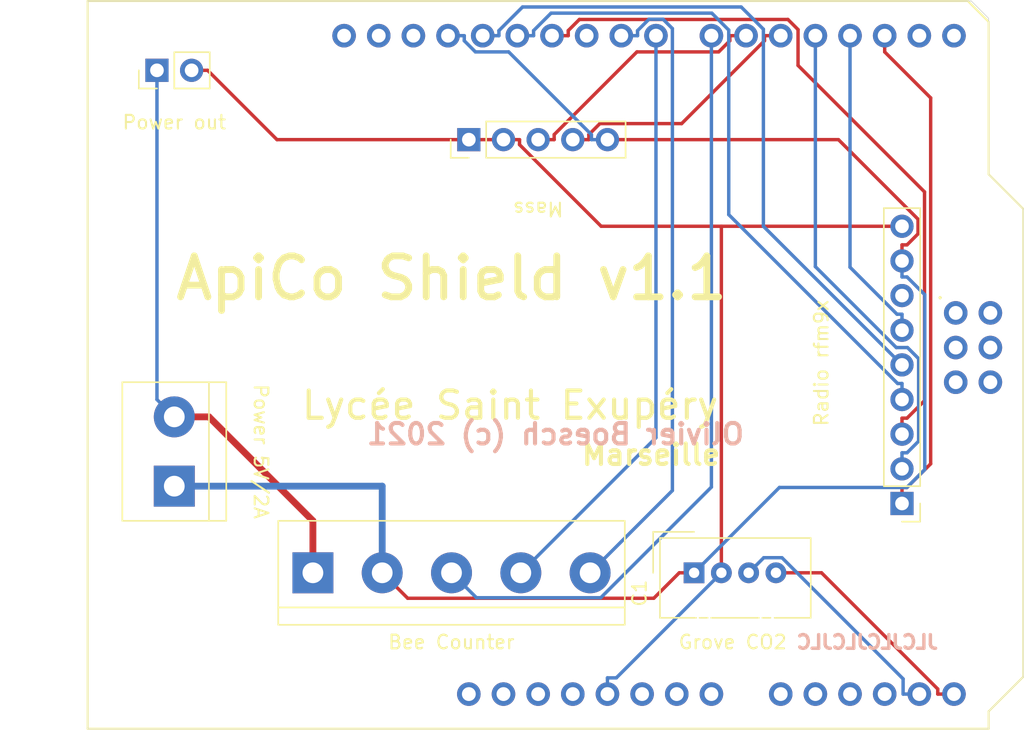
<source format=kicad_pcb>
(kicad_pcb (version 20171130) (host pcbnew 5.99.0+really5.1.10+dfsg1-1)

  (general
    (thickness 1.6)
    (drawings 14)
    (tracks 125)
    (zones 0)
    (modules 7)
    (nets 17)
  )

  (page A4)
  (layers
    (0 F.Cu signal)
    (31 B.Cu signal)
    (32 B.Adhes user)
    (33 F.Adhes user)
    (34 B.Paste user)
    (35 F.Paste user)
    (36 B.SilkS user)
    (37 F.SilkS user)
    (38 B.Mask user)
    (39 F.Mask user)
    (40 Dwgs.User user)
    (41 Cmts.User user)
    (42 Eco1.User user)
    (43 Eco2.User user)
    (44 Edge.Cuts user)
    (45 Margin user)
    (46 B.CrtYd user)
    (47 F.CrtYd user)
    (48 B.Fab user)
    (49 F.Fab user)
  )

  (setup
    (last_trace_width 0.5)
    (user_trace_width 0.5)
    (trace_clearance 0.2)
    (zone_clearance 0.508)
    (zone_45_only no)
    (trace_min 0.2)
    (via_size 0.8)
    (via_drill 0.4)
    (via_min_size 0.4)
    (via_min_drill 0.3)
    (uvia_size 0.3)
    (uvia_drill 0.1)
    (uvias_allowed no)
    (uvia_min_size 0.2)
    (uvia_min_drill 0.1)
    (edge_width 0.05)
    (segment_width 0.2)
    (pcb_text_width 0.3)
    (pcb_text_size 1.5 1.5)
    (mod_edge_width 0.12)
    (mod_text_size 1 1)
    (mod_text_width 0.15)
    (pad_size 1.524 1.524)
    (pad_drill 0.762)
    (pad_to_mask_clearance 0)
    (aux_axis_origin 0 0)
    (visible_elements FFFFFF7F)
    (pcbplotparams
      (layerselection 0x010fc_ffffffff)
      (usegerberextensions false)
      (usegerberattributes true)
      (usegerberadvancedattributes true)
      (creategerberjobfile true)
      (excludeedgelayer true)
      (linewidth 0.100000)
      (plotframeref false)
      (viasonmask false)
      (mode 1)
      (useauxorigin false)
      (hpglpennumber 1)
      (hpglpenspeed 20)
      (hpglpendiameter 15.000000)
      (psnegative false)
      (psa4output false)
      (plotreference true)
      (plotvalue true)
      (plotinvisibletext false)
      (padsonsilk false)
      (subtractmaskfromsilk false)
      (outputformat 1)
      (mirror false)
      (drillshape 0)
      (scaleselection 1)
      (outputdirectory "out/"))
  )

  (net 0 "")
  (net 1 "Net-(APICO_UNO1-PadGND1)")
  (net 2 "Net-(APICO_UNO1-PadD6)")
  (net 3 "Net-(APICO_UNO1-PadD5)")
  (net 4 "Net-(APICO_UNO1-Pad5V1)")
  (net 5 "Net-(APICO_UNO1-PadD11)")
  (net 6 "Net-(APICO_UNO1-PadD12)")
  (net 7 "Net-(APICO_UNO1-PadD13)")
  (net 8 "Net-(APICO_UNO1-PadD4)")
  (net 9 "Net-(APICO_UNO1-PadD3)")
  (net 10 "Net-(APICO_UNO1-PadD2)")
  (net 11 "Net-(APICO_UNO1-PadA5)")
  (net 12 "Net-(APICO_UNO1-PadA4)")
  (net 13 "Net-(APICO_UNO1-PadD9)")
  (net 14 "Net-(APICO_UNO1-PadD8)")
  (net 15 "Net-(APICO_UNO1-PadD7)")
  (net 16 "Net-(C2-Pad1)")

  (net_class Default "This is the default net class."
    (clearance 0.2)
    (trace_width 0.25)
    (via_dia 0.8)
    (via_drill 0.4)
    (uvia_dia 0.3)
    (uvia_drill 0.1)
    (add_net "Net-(APICO_UNO1-Pad5V1)")
    (add_net "Net-(APICO_UNO1-PadA4)")
    (add_net "Net-(APICO_UNO1-PadA5)")
    (add_net "Net-(APICO_UNO1-PadD11)")
    (add_net "Net-(APICO_UNO1-PadD12)")
    (add_net "Net-(APICO_UNO1-PadD13)")
    (add_net "Net-(APICO_UNO1-PadD2)")
    (add_net "Net-(APICO_UNO1-PadD3)")
    (add_net "Net-(APICO_UNO1-PadD4)")
    (add_net "Net-(APICO_UNO1-PadD5)")
    (add_net "Net-(APICO_UNO1-PadD6)")
    (add_net "Net-(APICO_UNO1-PadD7)")
    (add_net "Net-(APICO_UNO1-PadD8)")
    (add_net "Net-(APICO_UNO1-PadD9)")
    (add_net "Net-(APICO_UNO1-PadGND1)")
    (add_net "Net-(C2-Pad1)")
  )

  (module Connector_PinHeader_2.54mm:PinHeader_1x02_P2.54mm_Vertical (layer F.Cu) (tedit 59FED5CC) (tstamp 618660A8)
    (at 119.38 78.74 90)
    (descr "Through hole straight pin header, 1x02, 2.54mm pitch, single row")
    (tags "Through hole pin header THT 1x02 2.54mm single row")
    (path /6187056D)
    (fp_text reference J1 (at 0 -2.33 90) (layer F.SilkS) hide
      (effects (font (size 1 1) (thickness 0.15)))
    )
    (fp_text value "Power out" (at -3.81 1.27 180) (layer F.SilkS)
      (effects (font (size 1 1) (thickness 0.15)))
    )
    (fp_text user %R (at 0 1.27) (layer F.Fab)
      (effects (font (size 1 1) (thickness 0.15)))
    )
    (fp_line (start -0.635 -1.27) (end 1.27 -1.27) (layer F.Fab) (width 0.1))
    (fp_line (start 1.27 -1.27) (end 1.27 3.81) (layer F.Fab) (width 0.1))
    (fp_line (start 1.27 3.81) (end -1.27 3.81) (layer F.Fab) (width 0.1))
    (fp_line (start -1.27 3.81) (end -1.27 -0.635) (layer F.Fab) (width 0.1))
    (fp_line (start -1.27 -0.635) (end -0.635 -1.27) (layer F.Fab) (width 0.1))
    (fp_line (start -1.33 3.87) (end 1.33 3.87) (layer F.SilkS) (width 0.12))
    (fp_line (start -1.33 1.27) (end -1.33 3.87) (layer F.SilkS) (width 0.12))
    (fp_line (start 1.33 1.27) (end 1.33 3.87) (layer F.SilkS) (width 0.12))
    (fp_line (start -1.33 1.27) (end 1.33 1.27) (layer F.SilkS) (width 0.12))
    (fp_line (start -1.33 0) (end -1.33 -1.33) (layer F.SilkS) (width 0.12))
    (fp_line (start -1.33 -1.33) (end 0 -1.33) (layer F.SilkS) (width 0.12))
    (fp_line (start -1.8 -1.8) (end -1.8 4.35) (layer F.CrtYd) (width 0.05))
    (fp_line (start -1.8 4.35) (end 1.8 4.35) (layer F.CrtYd) (width 0.05))
    (fp_line (start 1.8 4.35) (end 1.8 -1.8) (layer F.CrtYd) (width 0.05))
    (fp_line (start 1.8 -1.8) (end -1.8 -1.8) (layer F.CrtYd) (width 0.05))
    (pad 2 thru_hole oval (at 0 2.54 90) (size 1.7 1.7) (drill 1) (layers *.Cu *.Mask)
      (net 4 "Net-(APICO_UNO1-Pad5V1)"))
    (pad 1 thru_hole rect (at 0 0 90) (size 1.7 1.7) (drill 1) (layers *.Cu *.Mask)
      (net 16 "Net-(C2-Pad1)"))
    (model ${KISYS3DMOD}/Connector_PinHeader_2.54mm.3dshapes/PinHeader_1x02_P2.54mm_Vertical.wrl
      (at (xyz 0 0 0))
      (scale (xyz 1 1 1))
      (rotate (xyz 0 0 0))
    )
  )

  (module arduino_lib:Arduino_Uno_Shield (layer F.Cu) (tedit 5A8605EC) (tstamp 61762CD9)
    (at 114.3 127)
    (descr https://store.arduino.cc/arduino-uno-rev3)
    (path /6175C785)
    (fp_text reference APICO_UNO1 (at 2.54 -54.356) (layer F.SilkS) hide
      (effects (font (size 1 1) (thickness 0.15)))
    )
    (fp_text value Arduino_Uno_Shield (at 15.494 -54.356) (layer F.Fab) hide
      (effects (font (size 1 1) (thickness 0.15)))
    )
    (fp_line (start 9.525 -32.385) (end -6.35 -32.385) (layer B.CrtYd) (width 0.15))
    (fp_line (start 9.525 -43.815) (end -6.35 -43.815) (layer B.CrtYd) (width 0.15))
    (fp_line (start 9.525 -43.815) (end 9.525 -32.385) (layer B.CrtYd) (width 0.15))
    (fp_line (start -6.35 -43.815) (end -6.35 -32.385) (layer B.CrtYd) (width 0.15))
    (fp_line (start 11.43 -12.065) (end 11.43 -3.175) (layer B.CrtYd) (width 0.15))
    (fp_line (start -1.905 -3.175) (end 11.43 -3.175) (layer B.CrtYd) (width 0.15))
    (fp_line (start -1.905 -12.065) (end -1.905 -3.175) (layer B.CrtYd) (width 0.15))
    (fp_line (start -1.905 -12.065) (end 11.43 -12.065) (layer B.CrtYd) (width 0.15))
    (fp_line (start 0 -53.34) (end 0 0) (layer F.SilkS) (width 0.15))
    (fp_line (start 66.04 -40.64) (end 66.04 -51.816) (layer F.SilkS) (width 0.15))
    (fp_line (start 68.58 -38.1) (end 66.04 -40.64) (layer F.SilkS) (width 0.15))
    (fp_line (start 68.58 -3.81) (end 68.58 -38.1) (layer F.SilkS) (width 0.15))
    (fp_line (start 66.04 -1.27) (end 68.58 -3.81) (layer F.SilkS) (width 0.15))
    (fp_line (start 66.04 0) (end 66.04 -1.27) (layer F.SilkS) (width 0.15))
    (fp_line (start 64.516 -53.34) (end 66.04 -51.816) (layer F.SilkS) (width 0.15))
    (fp_line (start 0 0) (end 66.04 0) (layer F.SilkS) (width 0.15))
    (fp_line (start 0 -53.34) (end 64.516 -53.34) (layer F.SilkS) (width 0.15))
    (fp_text user . (at 62.484 -32.004) (layer F.SilkS)
      (effects (font (size 1 1) (thickness 0.15)))
    )
    (pad MISO thru_hole oval (at 63.627 -30.48) (size 1.7272 1.7272) (drill 1.016) (layers *.Cu *.Mask))
    (pad A5 thru_hole oval (at 63.5 -2.54) (size 1.7272 1.7272) (drill 1.016) (layers *.Cu *.Mask)
      (net 11 "Net-(APICO_UNO1-PadA5)"))
    (pad A4 thru_hole oval (at 60.96 -2.54) (size 1.7272 1.7272) (drill 1.016) (layers *.Cu *.Mask)
      (net 12 "Net-(APICO_UNO1-PadA4)"))
    (pad A3 thru_hole oval (at 58.42 -2.54) (size 1.7272 1.7272) (drill 1.016) (layers *.Cu *.Mask))
    (pad A2 thru_hole oval (at 55.88 -2.54) (size 1.7272 1.7272) (drill 1.016) (layers *.Cu *.Mask))
    (pad A1 thru_hole oval (at 53.34 -2.54) (size 1.7272 1.7272) (drill 1.016) (layers *.Cu *.Mask))
    (pad "" thru_hole oval (at 27.94 -2.54) (size 1.7272 1.7272) (drill 1.016) (layers *.Cu *.Mask))
    (pad D11 thru_hole oval (at 34.036 -50.8) (size 1.7272 1.7272) (drill 1.016) (layers *.Cu *.Mask)
      (net 5 "Net-(APICO_UNO1-PadD11)"))
    (pad D12 thru_hole oval (at 31.496 -50.8) (size 1.7272 1.7272) (drill 1.016) (layers *.Cu *.Mask)
      (net 6 "Net-(APICO_UNO1-PadD12)"))
    (pad D13 thru_hole oval (at 28.956 -50.8) (size 1.7272 1.7272) (drill 1.016) (layers *.Cu *.Mask)
      (net 7 "Net-(APICO_UNO1-PadD13)"))
    (pad AREF thru_hole oval (at 23.876 -50.8) (size 1.7272 1.7272) (drill 1.016) (layers *.Cu *.Mask))
    (pad SDA thru_hole oval (at 21.336 -50.8) (size 1.7272 1.7272) (drill 1.016) (layers *.Cu *.Mask))
    (pad SCL thru_hole oval (at 18.796 -50.8) (size 1.7272 1.7272) (drill 1.016) (layers *.Cu *.Mask))
    (pad "" np_thru_hole circle (at 13.97 -2.54) (size 3.2 3.2) (drill 3.2) (layers *.Cu *.Mask))
    (pad "" np_thru_hole circle (at 15.24 -50.8) (size 3.2 3.2) (drill 3.2) (layers *.Cu *.Mask))
    (pad "" np_thru_hole circle (at 66.04 -35.56) (size 3.2 3.2) (drill 3.2) (layers *.Cu *.Mask))
    (pad "" np_thru_hole circle (at 66.04 -7.62) (size 3.2 3.2) (drill 3.2) (layers *.Cu *.Mask))
    (pad D10 thru_hole oval (at 36.576 -50.8) (size 1.7272 1.7272) (drill 1.016) (layers *.Cu *.Mask))
    (pad D9 thru_hole oval (at 39.116 -50.8) (size 1.7272 1.7272) (drill 1.016) (layers *.Cu *.Mask)
      (net 13 "Net-(APICO_UNO1-PadD9)"))
    (pad D8 thru_hole oval (at 41.656 -50.8) (size 1.7272 1.7272) (drill 1.016) (layers *.Cu *.Mask)
      (net 14 "Net-(APICO_UNO1-PadD8)"))
    (pad GND1 thru_hole oval (at 26.416 -50.8) (size 1.7272 1.7272) (drill 1.016) (layers *.Cu *.Mask)
      (net 1 "Net-(APICO_UNO1-PadGND1)"))
    (pad D7 thru_hole oval (at 45.72 -50.8) (size 1.7272 1.7272) (drill 1.016) (layers *.Cu *.Mask)
      (net 15 "Net-(APICO_UNO1-PadD7)"))
    (pad D6 thru_hole oval (at 48.26 -50.8) (size 1.7272 1.7272) (drill 1.016) (layers *.Cu *.Mask)
      (net 2 "Net-(APICO_UNO1-PadD6)"))
    (pad D5 thru_hole oval (at 50.8 -50.8) (size 1.7272 1.7272) (drill 1.016) (layers *.Cu *.Mask)
      (net 3 "Net-(APICO_UNO1-PadD5)"))
    (pad D4 thru_hole oval (at 53.34 -50.8) (size 1.7272 1.7272) (drill 1.016) (layers *.Cu *.Mask)
      (net 8 "Net-(APICO_UNO1-PadD4)"))
    (pad D3 thru_hole oval (at 55.88 -50.8) (size 1.7272 1.7272) (drill 1.016) (layers *.Cu *.Mask)
      (net 9 "Net-(APICO_UNO1-PadD3)"))
    (pad D2 thru_hole oval (at 58.42 -50.8) (size 1.7272 1.7272) (drill 1.016) (layers *.Cu *.Mask)
      (net 10 "Net-(APICO_UNO1-PadD2)"))
    (pad D1 thru_hole oval (at 60.96 -50.8) (size 1.7272 1.7272) (drill 1.016) (layers *.Cu *.Mask))
    (pad D0 thru_hole oval (at 63.5 -50.8) (size 1.7272 1.7272) (drill 1.016) (layers *.Cu *.Mask))
    (pad IORF thru_hole oval (at 30.48 -2.54) (size 1.7272 1.7272) (drill 1.016) (layers *.Cu *.Mask))
    (pad RST1 thru_hole oval (at 33.02 -2.54) (size 1.7272 1.7272) (drill 1.016) (layers *.Cu *.Mask))
    (pad 3V3 thru_hole oval (at 35.56 -2.54) (size 1.7272 1.7272) (drill 1.016) (layers *.Cu *.Mask))
    (pad 5V1 thru_hole oval (at 38.1 -2.54) (size 1.7272 1.7272) (drill 1.016) (layers *.Cu *.Mask)
      (net 4 "Net-(APICO_UNO1-Pad5V1)"))
    (pad GND2 thru_hole oval (at 40.64 -2.54) (size 1.7272 1.7272) (drill 1.016) (layers *.Cu *.Mask))
    (pad GND3 thru_hole oval (at 43.18 -2.54) (size 1.7272 1.7272) (drill 1.016) (layers *.Cu *.Mask))
    (pad VIN thru_hole oval (at 45.72 -2.54) (size 1.7272 1.7272) (drill 1.016) (layers *.Cu *.Mask))
    (pad A0 thru_hole oval (at 50.8 -2.54) (size 1.7272 1.7272) (drill 1.016) (layers *.Cu *.Mask))
    (pad 5V2 thru_hole oval (at 66.167 -30.48) (size 1.7272 1.7272) (drill 1.016) (layers *.Cu *.Mask))
    (pad SCK thru_hole oval (at 63.627 -27.94) (size 1.7272 1.7272) (drill 1.016) (layers *.Cu *.Mask))
    (pad MOSI thru_hole oval (at 66.167 -27.94) (size 1.7272 1.7272) (drill 1.016) (layers *.Cu *.Mask))
    (pad GND4 thru_hole oval (at 66.167 -25.4) (size 1.7272 1.7272) (drill 1.016) (layers *.Cu *.Mask))
    (pad RST2 thru_hole oval (at 63.627 -25.4) (size 1.7272 1.7272) (drill 1.016) (layers *.Cu *.Mask))
  )

  (module TerminalBlock:TerminalBlock_bornier-2_P5.08mm (layer F.Cu) (tedit 59FF03AB) (tstamp 61790F06)
    (at 120.65 109.22 90)
    (descr "simple 2-pin terminal block, pitch 5.08mm, revamped version of bornier2")
    (tags "terminal block bornier2")
    (path /617A0961)
    (fp_text reference C3 (at 2.54 -5.08 90) (layer F.SilkS) hide
      (effects (font (size 1 1) (thickness 0.15)))
    )
    (fp_text value "Power 5V/2A" (at 2.54 6.35 270 unlocked) (layer F.SilkS)
      (effects (font (size 1 1) (thickness 0.15)))
    )
    (fp_line (start 7.79 4) (end -2.71 4) (layer F.CrtYd) (width 0.05))
    (fp_line (start 7.79 4) (end 7.79 -4) (layer F.CrtYd) (width 0.05))
    (fp_line (start -2.71 -4) (end -2.71 4) (layer F.CrtYd) (width 0.05))
    (fp_line (start -2.71 -4) (end 7.79 -4) (layer F.CrtYd) (width 0.05))
    (fp_line (start -2.54 3.81) (end 7.62 3.81) (layer F.SilkS) (width 0.12))
    (fp_line (start -2.54 -3.81) (end -2.54 3.81) (layer F.SilkS) (width 0.12))
    (fp_line (start 7.62 -3.81) (end -2.54 -3.81) (layer F.SilkS) (width 0.12))
    (fp_line (start 7.62 3.81) (end 7.62 -3.81) (layer F.SilkS) (width 0.12))
    (fp_line (start 7.62 2.54) (end -2.54 2.54) (layer F.SilkS) (width 0.12))
    (fp_line (start 7.54 -3.75) (end -2.46 -3.75) (layer F.Fab) (width 0.1))
    (fp_line (start 7.54 3.75) (end 7.54 -3.75) (layer F.Fab) (width 0.1))
    (fp_line (start -2.46 3.75) (end 7.54 3.75) (layer F.Fab) (width 0.1))
    (fp_line (start -2.46 -3.75) (end -2.46 3.75) (layer F.Fab) (width 0.1))
    (fp_line (start -2.41 2.55) (end 7.49 2.55) (layer F.Fab) (width 0.1))
    (fp_text user %R (at 2.54 0 90) (layer F.Fab)
      (effects (font (size 1 1) (thickness 0.15)))
    )
    (pad 2 thru_hole circle (at 5.08 0 90) (size 3 3) (drill 1.52) (layers *.Cu *.Mask)
      (net 16 "Net-(C2-Pad1)"))
    (pad 1 thru_hole rect (at 0 0 90) (size 3 3) (drill 1.52) (layers *.Cu *.Mask)
      (net 1 "Net-(APICO_UNO1-PadGND1)"))
    (model ${KISYS3DMOD}/TerminalBlock.3dshapes/TerminalBlock_bornier-2_P5.08mm.wrl
      (offset (xyz 2.539999961853027 0 0))
      (scale (xyz 1 1 1))
      (rotate (xyz 0 0 0))
    )
  )

  (module TerminalBlock:TerminalBlock_bornier-5_P5.08mm (layer F.Cu) (tedit 59FF03DE) (tstamp 61790EF1)
    (at 130.81 115.57)
    (descr "simple 5-pin terminal block, pitch 5.08mm, revamped version of bornier5")
    (tags "terminal block bornier5")
    (path /6179F92A)
    (fp_text reference C2 (at 10.15 -4.55) (layer F.SilkS) hide
      (effects (font (size 1 1) (thickness 0.15)))
    )
    (fp_text value "Bee Counter" (at 10.15 5.08) (layer F.SilkS)
      (effects (font (size 1 1) (thickness 0.15)))
    )
    (fp_line (start 23.06 4) (end -2.74 4) (layer F.CrtYd) (width 0.05))
    (fp_line (start 23.06 4) (end 23.06 -4) (layer F.CrtYd) (width 0.05))
    (fp_line (start -2.74 -4) (end -2.74 4) (layer F.CrtYd) (width 0.05))
    (fp_line (start -2.74 -4) (end 23.06 -4) (layer F.CrtYd) (width 0.05))
    (fp_line (start -2.54 -3.81) (end -2.54 3.81) (layer F.SilkS) (width 0.12))
    (fp_line (start 22.86 -3.81) (end 22.86 3.81) (layer F.SilkS) (width 0.12))
    (fp_line (start -2.54 -3.81) (end 22.86 -3.81) (layer F.SilkS) (width 0.12))
    (fp_line (start -2.54 2.54) (end 22.86 2.54) (layer F.SilkS) (width 0.12))
    (fp_line (start -2.54 3.81) (end 22.86 3.81) (layer F.SilkS) (width 0.12))
    (fp_line (start 22.81 -3.75) (end -2.49 -3.75) (layer F.Fab) (width 0.1))
    (fp_line (start 22.81 3.75) (end 22.81 -3.75) (layer F.Fab) (width 0.1))
    (fp_line (start -2.49 3.75) (end 22.81 3.75) (layer F.Fab) (width 0.1))
    (fp_line (start -2.49 -3.75) (end -2.49 3.75) (layer F.Fab) (width 0.1))
    (fp_line (start -2.49 2.55) (end 22.81 2.55) (layer F.Fab) (width 0.1))
    (fp_text user %R (at 10.16 0) (layer F.Fab)
      (effects (font (size 1 1) (thickness 0.15)))
    )
    (pad 5 thru_hole circle (at 20.32 0) (size 3 3) (drill 1.52) (layers *.Cu *.Mask)
      (net 13 "Net-(APICO_UNO1-PadD9)"))
    (pad 4 thru_hole circle (at 15.24 0) (size 3 3) (drill 1.52) (layers *.Cu *.Mask)
      (net 14 "Net-(APICO_UNO1-PadD8)"))
    (pad 1 thru_hole rect (at 0 0) (size 3 3) (drill 1.52) (layers *.Cu *.Mask)
      (net 16 "Net-(C2-Pad1)"))
    (pad 3 thru_hole circle (at 10.16 0) (size 3 3) (drill 1.52) (layers *.Cu *.Mask)
      (net 15 "Net-(APICO_UNO1-PadD7)"))
    (pad 2 thru_hole circle (at 5.08 0) (size 3 3) (drill 1.52) (layers *.Cu *.Mask)
      (net 1 "Net-(APICO_UNO1-PadGND1)"))
    (model ${KISYS3DMOD}/TerminalBlock.3dshapes/TerminalBlock_bornier-5_P5.08mm.wrl
      (offset (xyz 10.15999984741211 0 0))
      (scale (xyz 1 1 1))
      (rotate (xyz 0 0 0))
    )
  )

  (module Connector:NS-Tech_Grove_1x04_P2mm_Vertical (layer F.Cu) (tedit 5A2A5779) (tstamp 61762D25)
    (at 158.75 115.57 90)
    (descr https://statics3.seeedstudio.com/images/opl/datasheet/3470130P1.pdf)
    (tags Grove-1x04)
    (path /6175FCB3)
    (fp_text reference C1 (at -1.5 -4 90) (layer F.SilkS)
      (effects (font (size 1 1) (thickness 0.15)))
    )
    (fp_text value "Grove CO2" (at -5.08 2.83) (layer F.SilkS)
      (effects (font (size 1 1) (thickness 0.15)))
    )
    (fp_line (start -2.9 8.1) (end -2.9 -2.1) (layer F.Fab) (width 0.1))
    (fp_line (start 2.2 8.1) (end -2.9 8.1) (layer F.Fab) (width 0.1))
    (fp_line (start 2.2 -2.1) (end 2.2 8.1) (layer F.Fab) (width 0.1))
    (fp_line (start -2.9 -2.1) (end 2.2 -2.1) (layer F.Fab) (width 0.1))
    (fp_line (start -3.3 5.9) (end -3.3 8.55) (layer F.SilkS) (width 0.12))
    (fp_line (start -3.3 -2.5) (end -3.3 0.15) (layer F.SilkS) (width 0.12))
    (fp_line (start -3.3 8.55) (end 2.55 8.55) (layer F.SilkS) (width 0.12))
    (fp_line (start -3.3 1.25) (end -3.3 4.75) (layer F.SilkS) (width 0.12))
    (fp_line (start -3.3 -2.5) (end 2.55 -2.5) (layer F.SilkS) (width 0.12))
    (fp_line (start 2.55 -2.5) (end 2.55 8.55) (layer F.SilkS) (width 0.12))
    (fp_line (start -3.3 0.4) (end -3.3 1) (layer F.SilkS) (width 0.12))
    (fp_line (start -3.3 5) (end -3.3 5.6) (layer F.SilkS) (width 0.12))
    (fp_line (start -3.45 -2.65) (end 2.7 -2.65) (layer F.CrtYd) (width 0.05))
    (fp_line (start 2.7 8.7) (end 2.7 -2.65) (layer F.CrtYd) (width 0.05))
    (fp_line (start -3.45 8.7) (end 2.7 8.7) (layer F.CrtYd) (width 0.05))
    (fp_line (start -3.45 -2.65) (end -3.45 8.7) (layer F.CrtYd) (width 0.05))
    (fp_line (start 0 -3) (end 3 -3) (layer F.SilkS) (width 0.12))
    (fp_line (start 3 -3) (end 3 0) (layer F.SilkS) (width 0.12))
    (fp_line (start 2.2 -1) (end 0.9 0) (layer F.Fab) (width 0.1))
    (fp_line (start 0.9 0) (end 2.2 1) (layer F.Fab) (width 0.1))
    (fp_text user %R (at -2 2) (layer F.Fab) hide
      (effects (font (size 1 1) (thickness 0.15)))
    )
    (pad 4 thru_hole circle (at 0 6 90) (size 1.524 1.524) (drill 0.762) (layers *.Cu *.Mask)
      (net 11 "Net-(APICO_UNO1-PadA5)"))
    (pad 3 thru_hole circle (at 0 4 90) (size 1.524 1.524) (drill 0.762) (layers *.Cu *.Mask)
      (net 12 "Net-(APICO_UNO1-PadA4)"))
    (pad 2 thru_hole circle (at 0 2 90) (size 1.524 1.524) (drill 0.762) (layers *.Cu *.Mask)
      (net 4 "Net-(APICO_UNO1-Pad5V1)"))
    (pad 1 thru_hole rect (at 0 0 90) (size 1.524 1.524) (drill 0.762) (layers *.Cu *.Mask)
      (net 1 "Net-(APICO_UNO1-PadGND1)"))
    (model ${KISYS3DMOD}/Connector.3dshapes/NS-Tech_Grove_1x04_P2mm_Vertical.wrl
      (at (xyz 0 0 0))
      (scale (xyz 0.3937 0.3937 0.3937))
      (rotate (xyz 0 0 -90))
    )
  )

  (module Connector_PinHeader_2.54mm:PinHeader_1x09_P2.54mm_Vertical (layer F.Cu) (tedit 59FED5CC) (tstamp 6175F6C8)
    (at 173.99 110.49 180)
    (descr "Through hole straight pin header, 1x09, 2.54mm pitch, single row")
    (tags "Through hole pin header THT 1x09 2.54mm single row")
    (path /61765E56)
    (fp_text reference b1 (at 0 -2.33) (layer F.SilkS) hide
      (effects (font (size 1 1) (thickness 0.15)))
    )
    (fp_text value "Radio rfm9x" (at 5.912875 10.294298 90) (layer F.SilkS)
      (effects (font (size 1 1) (thickness 0.15)))
    )
    (fp_line (start -0.635 -1.27) (end 1.27 -1.27) (layer F.Fab) (width 0.1))
    (fp_line (start 1.27 -1.27) (end 1.27 21.59) (layer F.Fab) (width 0.1))
    (fp_line (start 1.27 21.59) (end -1.27 21.59) (layer F.Fab) (width 0.1))
    (fp_line (start -1.27 21.59) (end -1.27 -0.635) (layer F.Fab) (width 0.1))
    (fp_line (start -1.27 -0.635) (end -0.635 -1.27) (layer F.Fab) (width 0.1))
    (fp_line (start -1.33 21.65) (end 1.33 21.65) (layer F.SilkS) (width 0.12))
    (fp_line (start -1.33 1.27) (end -1.33 21.65) (layer F.SilkS) (width 0.12))
    (fp_line (start 1.33 1.27) (end 1.33 21.65) (layer F.SilkS) (width 0.12))
    (fp_line (start -1.33 1.27) (end 1.33 1.27) (layer F.SilkS) (width 0.12))
    (fp_line (start -1.33 0) (end -1.33 -1.33) (layer F.SilkS) (width 0.12))
    (fp_line (start -1.33 -1.33) (end 0 -1.33) (layer F.SilkS) (width 0.12))
    (fp_line (start -1.8 -1.8) (end -1.8 22.1) (layer F.CrtYd) (width 0.05))
    (fp_line (start -1.8 22.1) (end 1.8 22.1) (layer F.CrtYd) (width 0.05))
    (fp_line (start 1.8 22.1) (end 1.8 -1.8) (layer F.CrtYd) (width 0.05))
    (fp_line (start 1.8 -1.8) (end -1.8 -1.8) (layer F.CrtYd) (width 0.05))
    (fp_text user %R (at 0 10.16 90) (layer F.Fab)
      (effects (font (size 1 1) (thickness 0.15)))
    )
    (pad 9 thru_hole oval (at 0 20.32 180) (size 1.7 1.7) (drill 1) (layers *.Cu *.Mask)
      (net 4 "Net-(APICO_UNO1-Pad5V1)"))
    (pad 8 thru_hole oval (at 0 17.78 180) (size 1.7 1.7) (drill 1) (layers *.Cu *.Mask)
      (net 1 "Net-(APICO_UNO1-PadGND1)"))
    (pad 7 thru_hole oval (at 0 15.24 180) (size 1.7 1.7) (drill 1) (layers *.Cu *.Mask))
    (pad 6 thru_hole oval (at 0 12.7 180) (size 1.7 1.7) (drill 1) (layers *.Cu *.Mask)
      (net 9 "Net-(APICO_UNO1-PadD3)"))
    (pad 5 thru_hole oval (at 0 10.16 180) (size 1.7 1.7) (drill 1) (layers *.Cu *.Mask)
      (net 7 "Net-(APICO_UNO1-PadD13)"))
    (pad 4 thru_hole oval (at 0 7.62 180) (size 1.7 1.7) (drill 1) (layers *.Cu *.Mask)
      (net 6 "Net-(APICO_UNO1-PadD12)"))
    (pad 3 thru_hole oval (at 0 5.08 180) (size 1.7 1.7) (drill 1) (layers *.Cu *.Mask)
      (net 5 "Net-(APICO_UNO1-PadD11)"))
    (pad 2 thru_hole oval (at 0 2.54 180) (size 1.7 1.7) (drill 1) (layers *.Cu *.Mask)
      (net 8 "Net-(APICO_UNO1-PadD4)"))
    (pad 1 thru_hole rect (at 0 0 180) (size 1.7 1.7) (drill 1) (layers *.Cu *.Mask)
      (net 10 "Net-(APICO_UNO1-PadD2)"))
    (model ${KISYS3DMOD}/Connector_PinHeader_2.54mm.3dshapes/PinHeader_1x09_P2.54mm_Vertical.wrl
      (at (xyz 0 0 0))
      (scale (xyz 1 1 1))
      (rotate (xyz 0 0 0))
    )
  )

  (module Connector_PinHeader_2.54mm:PinHeader_1x05_P2.54mm_Vertical (layer F.Cu) (tedit 59FED5CC) (tstamp 61762D0D)
    (at 142.24 83.82 90)
    (descr "Through hole straight pin header, 1x05, 2.54mm pitch, single row")
    (tags "Through hole pin header THT 1x05 2.54mm single row")
    (path /6175E4DE)
    (fp_text reference b2 (at 0 -2.33 90) (layer F.SilkS) hide
      (effects (font (size 1 1) (thickness 0.15)))
    )
    (fp_text value Mass (at -5.08 5.08 180 unlocked) (layer F.SilkS)
      (effects (font (size 1 1) (thickness 0.15)))
    )
    (fp_line (start 1.8 -1.8) (end -1.8 -1.8) (layer F.CrtYd) (width 0.05))
    (fp_line (start 1.8 11.95) (end 1.8 -1.8) (layer F.CrtYd) (width 0.05))
    (fp_line (start -1.8 11.95) (end 1.8 11.95) (layer F.CrtYd) (width 0.05))
    (fp_line (start -1.8 -1.8) (end -1.8 11.95) (layer F.CrtYd) (width 0.05))
    (fp_line (start -1.33 -1.33) (end 0 -1.33) (layer F.SilkS) (width 0.12))
    (fp_line (start -1.33 0) (end -1.33 -1.33) (layer F.SilkS) (width 0.12))
    (fp_line (start -1.33 1.27) (end 1.33 1.27) (layer F.SilkS) (width 0.12))
    (fp_line (start 1.33 1.27) (end 1.33 11.49) (layer F.SilkS) (width 0.12))
    (fp_line (start -1.33 1.27) (end -1.33 11.49) (layer F.SilkS) (width 0.12))
    (fp_line (start -1.33 11.49) (end 1.33 11.49) (layer F.SilkS) (width 0.12))
    (fp_line (start -1.27 -0.635) (end -0.635 -1.27) (layer F.Fab) (width 0.1))
    (fp_line (start -1.27 11.43) (end -1.27 -0.635) (layer F.Fab) (width 0.1))
    (fp_line (start 1.27 11.43) (end -1.27 11.43) (layer F.Fab) (width 0.1))
    (fp_line (start 1.27 -1.27) (end 1.27 11.43) (layer F.Fab) (width 0.1))
    (fp_line (start -0.635 -1.27) (end 1.27 -1.27) (layer F.Fab) (width 0.1))
    (fp_text user %R (at 0 5.08) (layer F.Fab)
      (effects (font (size 1 1) (thickness 0.15)))
    )
    (pad 5 thru_hole oval (at 0 10.16 90) (size 1.7 1.7) (drill 1) (layers *.Cu *.Mask)
      (net 1 "Net-(APICO_UNO1-PadGND1)"))
    (pad 4 thru_hole oval (at 0 7.62 90) (size 1.7 1.7) (drill 1) (layers *.Cu *.Mask)
      (net 3 "Net-(APICO_UNO1-PadD5)"))
    (pad 3 thru_hole oval (at 0 5.08 90) (size 1.7 1.7) (drill 1) (layers *.Cu *.Mask)
      (net 2 "Net-(APICO_UNO1-PadD6)"))
    (pad 2 thru_hole oval (at 0 2.54 90) (size 1.7 1.7) (drill 1) (layers *.Cu *.Mask)
      (net 4 "Net-(APICO_UNO1-Pad5V1)"))
    (pad 1 thru_hole rect (at 0 0 90) (size 1.7 1.7) (drill 1) (layers *.Cu *.Mask)
      (net 4 "Net-(APICO_UNO1-Pad5V1)"))
    (model ${KISYS3DMOD}/Connector_PinHeader_2.54mm.3dshapes/PinHeader_1x05_P2.54mm_Vertical.wrl
      (at (xyz 0 0 0))
      (scale (xyz 1 1 1))
      (rotate (xyz 0 0 0))
    )
  )

  (gr_text Marseille (at 155.601883 106.91314) (layer F.SilkS)
    (effects (font (size 1.5 1.5) (thickness 0.3)))
  )
  (gr_text "Lycée Saint Exupéry" (at 145.267363 103.296058) (layer F.SilkS)
    (effects (font (size 2 2) (thickness 0.3)))
  )
  (gr_line (start 180.34 127) (end 114.3 127) (layer Edge.Cuts) (width 0.05))
  (gr_text "ApiCo Shield v1.1" (at 140.97 93.98) (layer F.SilkS)
    (effects (font (size 3 3) (thickness 0.5)))
  )
  (gr_line (start 179.07 73.66) (end 180.34 74.93) (layer Edge.Cuts) (width 0.05))
  (gr_line (start 114.3 73.66) (end 179.07 73.66) (layer Edge.Cuts) (width 0.05))
  (gr_line (start 180.34 86.36) (end 182.88 88.9) (layer Edge.Cuts) (width 0.05))
  (gr_line (start 180.34 74.93) (end 180.34 86.36) (layer Edge.Cuts) (width 0.05))
  (gr_text "Olivier Boesch (c) 2021" (at 148.59 105.41) (layer B.SilkS)
    (effects (font (size 1.5 1.5) (thickness 0.3)) (justify mirror))
  )
  (gr_line (start 114.3 127) (end 114.3 73.66) (layer Edge.Cuts) (width 0.05) (tstamp 61760D84))
  (gr_line (start 182.88 123.19) (end 180.34 125.73) (layer Edge.Cuts) (width 0.05))
  (gr_line (start 180.34 125.73) (end 180.34 127) (layer Edge.Cuts) (width 0.05))
  (gr_text JLCJLCJLCJLC (at 171.45 120.65) (layer B.SilkS)
    (effects (font (size 1 1) (thickness 0.25)) (justify mirror))
  )
  (gr_line (start 182.88 88.9) (end 182.88 123.19) (layer Edge.Cuts) (width 0.05))

  (segment (start 173.99 92.71) (end 173.99 93.8853) (width 0.25) (layer B.Cu) (net 1))
  (segment (start 173.99 93.8853) (end 174.3573 93.8853) (width 0.25) (layer B.Cu) (net 1))
  (segment (start 174.3573 93.8853) (end 175.6579 95.1859) (width 0.25) (layer B.Cu) (net 1))
  (segment (start 175.6579 95.1859) (end 175.6579 108.0063) (width 0.25) (layer B.Cu) (net 1))
  (segment (start 175.6579 108.0063) (end 174.3496 109.3146) (width 0.25) (layer B.Cu) (net 1))
  (segment (start 174.3496 109.3146) (end 165.0054 109.3146) (width 0.25) (layer B.Cu) (net 1))
  (segment (start 165.0054 109.3146) (end 158.75 115.57) (width 0.25) (layer B.Cu) (net 1))
  (segment (start 173.99 92.71) (end 173.99 91.5347) (width 0.25) (layer F.Cu) (net 1))
  (segment (start 152.4 83.82) (end 169.3324 83.82) (width 0.25) (layer F.Cu) (net 1))
  (segment (start 169.3324 83.82) (end 175.1653 89.6529) (width 0.25) (layer F.Cu) (net 1))
  (segment (start 175.1653 89.6529) (end 175.1653 90.7268) (width 0.25) (layer F.Cu) (net 1))
  (segment (start 175.1653 90.7268) (end 174.3574 91.5347) (width 0.25) (layer F.Cu) (net 1))
  (segment (start 174.3574 91.5347) (end 173.99 91.5347) (width 0.25) (layer F.Cu) (net 1))
  (segment (start 158.75 115.57) (end 157.6627 115.57) (width 0.25) (layer F.Cu) (net 1))
  (segment (start 157.6627 115.57) (end 155.7964 117.4363) (width 0.25) (layer F.Cu) (net 1))
  (segment (start 155.7964 117.4363) (end 137.7563 117.4363) (width 0.25) (layer F.Cu) (net 1))
  (segment (start 137.7563 117.4363) (end 135.89 115.57) (width 0.25) (layer F.Cu) (net 1))
  (segment (start 140.716 76.2) (end 141.9049 76.2) (width 0.25) (layer B.Cu) (net 1))
  (segment (start 152.4 83.82) (end 151.2247 83.82) (width 0.25) (layer B.Cu) (net 1))
  (segment (start 151.2247 83.82) (end 151.2247 83.4526) (width 0.25) (layer B.Cu) (net 1))
  (segment (start 151.2247 83.4526) (end 145.161 77.3889) (width 0.25) (layer B.Cu) (net 1))
  (segment (start 145.161 77.3889) (end 142.7222 77.3889) (width 0.25) (layer B.Cu) (net 1))
  (segment (start 142.7222 77.3889) (end 141.9049 76.5716) (width 0.25) (layer B.Cu) (net 1))
  (segment (start 141.9049 76.5716) (end 141.9049 76.2) (width 0.25) (layer B.Cu) (net 1))
  (segment (start 135.89 109.22) (end 135.89 115.57) (width 0.5) (layer B.Cu) (net 1))
  (segment (start 120.65 109.22) (end 135.89 109.22) (width 0.5) (layer B.Cu) (net 1))
  (segment (start 162.56 76.2) (end 161.3711 76.2) (width 0.25) (layer F.Cu) (net 2))
  (segment (start 147.32 83.82) (end 148.4953 83.82) (width 0.25) (layer F.Cu) (net 2))
  (segment (start 148.4953 83.82) (end 148.4953 83.4527) (width 0.25) (layer F.Cu) (net 2))
  (segment (start 148.4953 83.4527) (end 154.5591 77.3889) (width 0.25) (layer F.Cu) (net 2))
  (segment (start 154.5591 77.3889) (end 160.5538 77.3889) (width 0.25) (layer F.Cu) (net 2))
  (segment (start 160.5538 77.3889) (end 161.3711 76.5716) (width 0.25) (layer F.Cu) (net 2))
  (segment (start 161.3711 76.5716) (end 161.3711 76.2) (width 0.25) (layer F.Cu) (net 2))
  (segment (start 165.1 76.2) (end 163.9111 76.2) (width 0.25) (layer F.Cu) (net 3))
  (segment (start 149.86 83.82) (end 151.0353 83.82) (width 0.25) (layer F.Cu) (net 3))
  (segment (start 151.0353 83.82) (end 151.0353 83.4526) (width 0.25) (layer F.Cu) (net 3))
  (segment (start 151.0353 83.4526) (end 151.8432 82.6447) (width 0.25) (layer F.Cu) (net 3))
  (segment (start 151.8432 82.6447) (end 157.8379 82.6447) (width 0.25) (layer F.Cu) (net 3))
  (segment (start 157.8379 82.6447) (end 163.9111 76.5715) (width 0.25) (layer F.Cu) (net 3))
  (segment (start 163.9111 76.5715) (end 163.9111 76.2) (width 0.25) (layer F.Cu) (net 3))
  (segment (start 160.75 90.17) (end 173.99 90.17) (width 0.25) (layer F.Cu) (net 4))
  (segment (start 145.9553 83.82) (end 145.9553 84.1873) (width 0.25) (layer F.Cu) (net 4))
  (segment (start 145.9553 84.1873) (end 151.938 90.17) (width 0.25) (layer F.Cu) (net 4))
  (segment (start 151.938 90.17) (end 160.75 90.17) (width 0.25) (layer F.Cu) (net 4))
  (segment (start 160.75 90.17) (end 160.75 115.57) (width 0.25) (layer F.Cu) (net 4))
  (segment (start 144.78 83.82) (end 145.9553 83.82) (width 0.25) (layer F.Cu) (net 4))
  (segment (start 142.24 83.82) (end 144.78 83.82) (width 0.25) (layer F.Cu) (net 4))
  (segment (start 152.4 124.46) (end 152.4 123.2711) (width 0.25) (layer B.Cu) (net 4))
  (segment (start 160.75 115.57) (end 153.0489 123.2711) (width 0.25) (layer B.Cu) (net 4))
  (segment (start 153.0489 123.2711) (end 152.4 123.2711) (width 0.25) (layer B.Cu) (net 4))
  (segment (start 142.24 83.82) (end 128.1753 83.82) (width 0.25) (layer F.Cu) (net 4))
  (segment (start 128.1753 83.82) (end 123.0953 78.74) (width 0.25) (layer F.Cu) (net 4))
  (segment (start 121.92 78.74) (end 123.0953 78.74) (width 0.25) (layer F.Cu) (net 4))
  (segment (start 148.336 76.2) (end 149.5249 76.2) (width 0.25) (layer F.Cu) (net 5))
  (segment (start 173.99 105.41) (end 173.99 104.2347) (width 0.25) (layer F.Cu) (net 5))
  (segment (start 173.99 104.2347) (end 174.3574 104.2347) (width 0.25) (layer F.Cu) (net 5))
  (segment (start 174.3574 104.2347) (end 175.6404 102.9517) (width 0.25) (layer F.Cu) (net 5))
  (segment (start 175.6404 102.9517) (end 175.6404 87.6502) (width 0.25) (layer F.Cu) (net 5))
  (segment (start 175.6404 87.6502) (end 166.37 78.3798) (width 0.25) (layer F.Cu) (net 5))
  (segment (start 166.37 78.3798) (end 166.37 75.753) (width 0.25) (layer F.Cu) (net 5))
  (segment (start 166.37 75.753) (end 165.6281 75.0111) (width 0.25) (layer F.Cu) (net 5))
  (segment (start 165.6281 75.0111) (end 150.3422 75.0111) (width 0.25) (layer F.Cu) (net 5))
  (segment (start 150.3422 75.0111) (end 149.5249 75.8284) (width 0.25) (layer F.Cu) (net 5))
  (segment (start 149.5249 75.8284) (end 149.5249 76.2) (width 0.25) (layer F.Cu) (net 5))
  (segment (start 173.99 101.6947) (end 173.6683 101.6947) (width 0.25) (layer B.Cu) (net 6))
  (segment (start 173.6683 101.6947) (end 161.29 89.3164) (width 0.25) (layer B.Cu) (net 6))
  (segment (start 161.29 89.3164) (end 161.29 75.7885) (width 0.25) (layer B.Cu) (net 6))
  (segment (start 161.29 75.7885) (end 160.0484 74.5469) (width 0.25) (layer B.Cu) (net 6))
  (segment (start 160.0484 74.5469) (end 148.2664 74.5469) (width 0.25) (layer B.Cu) (net 6))
  (segment (start 148.2664 74.5469) (end 146.9849 75.8284) (width 0.25) (layer B.Cu) (net 6))
  (segment (start 146.9849 75.8284) (end 146.9849 76.2) (width 0.25) (layer B.Cu) (net 6))
  (segment (start 173.99 102.87) (end 173.99 101.6947) (width 0.25) (layer B.Cu) (net 6))
  (segment (start 145.796 76.2) (end 146.9849 76.2) (width 0.25) (layer B.Cu) (net 6))
  (segment (start 173.99 100.33) (end 163.83 90.17) (width 0.25) (layer B.Cu) (net 7))
  (segment (start 163.83 90.17) (end 163.83 75.7261) (width 0.25) (layer B.Cu) (net 7))
  (segment (start 163.83 75.7261) (end 162.2005 74.0966) (width 0.25) (layer B.Cu) (net 7))
  (segment (start 162.2005 74.0966) (end 146.1768 74.0966) (width 0.25) (layer B.Cu) (net 7))
  (segment (start 146.1768 74.0966) (end 144.4449 75.8285) (width 0.25) (layer B.Cu) (net 7))
  (segment (start 144.4449 75.8285) (end 144.4449 76.2) (width 0.25) (layer B.Cu) (net 7))
  (segment (start 143.256 76.2) (end 144.4449 76.2) (width 0.25) (layer B.Cu) (net 7))
  (segment (start 173.99 107.95) (end 173.99 106.7747) (width 0.25) (layer B.Cu) (net 8))
  (segment (start 173.99 106.7747) (end 174.3573 106.7747) (width 0.25) (layer B.Cu) (net 8))
  (segment (start 174.3573 106.7747) (end 175.2075 105.9245) (width 0.25) (layer B.Cu) (net 8))
  (segment (start 175.2075 105.9245) (end 175.2075 99.8729) (width 0.25) (layer B.Cu) (net 8))
  (segment (start 175.2075 99.8729) (end 174.3946 99.06) (width 0.25) (layer B.Cu) (net 8))
  (segment (start 174.3946 99.06) (end 173.5718 99.06) (width 0.25) (layer B.Cu) (net 8))
  (segment (start 173.5718 99.06) (end 167.64 93.1282) (width 0.25) (layer B.Cu) (net 8))
  (segment (start 167.64 93.1282) (end 167.64 76.2) (width 0.25) (layer B.Cu) (net 8))
  (segment (start 173.99 97.79) (end 173.99 96.6147) (width 0.25) (layer B.Cu) (net 9))
  (segment (start 173.99 96.6147) (end 173.6227 96.6147) (width 0.25) (layer B.Cu) (net 9))
  (segment (start 173.6227 96.6147) (end 170.18 93.172) (width 0.25) (layer B.Cu) (net 9))
  (segment (start 170.18 93.172) (end 170.18 76.2) (width 0.25) (layer B.Cu) (net 9))
  (segment (start 173.99 109.3147) (end 174.3573 109.3147) (width 0.25) (layer F.Cu) (net 10))
  (segment (start 174.3573 109.3147) (end 176.0908 107.5812) (width 0.25) (layer F.Cu) (net 10))
  (segment (start 176.0908 107.5812) (end 176.0908 80.7597) (width 0.25) (layer F.Cu) (net 10))
  (segment (start 176.0908 80.7597) (end 172.72 77.3889) (width 0.25) (layer F.Cu) (net 10))
  (segment (start 172.72 76.2) (end 172.72 77.3889) (width 0.25) (layer F.Cu) (net 10))
  (segment (start 173.99 110.49) (end 173.99 109.3147) (width 0.25) (layer F.Cu) (net 10))
  (segment (start 177.8 124.46) (end 176.6111 124.46) (width 0.25) (layer F.Cu) (net 11))
  (segment (start 164.75 115.57) (end 168.0926 115.57) (width 0.25) (layer F.Cu) (net 11))
  (segment (start 168.0926 115.57) (end 176.6111 124.0885) (width 0.25) (layer F.Cu) (net 11))
  (segment (start 176.6111 124.0885) (end 176.6111 124.46) (width 0.25) (layer F.Cu) (net 11))
  (segment (start 175.26 124.46) (end 174.0711 124.46) (width 0.25) (layer B.Cu) (net 12))
  (segment (start 162.75 115.57) (end 163.8563 114.4637) (width 0.25) (layer B.Cu) (net 12))
  (segment (start 163.8563 114.4637) (end 165.1894 114.4637) (width 0.25) (layer B.Cu) (net 12))
  (segment (start 165.1894 114.4637) (end 174.0711 123.3454) (width 0.25) (layer B.Cu) (net 12))
  (segment (start 174.0711 123.3454) (end 174.0711 124.46) (width 0.25) (layer B.Cu) (net 12))
  (segment (start 153.416 76.2) (end 154.6049 76.2) (width 0.25) (layer B.Cu) (net 13))
  (segment (start 151.13 115.57) (end 157.1602 109.5398) (width 0.25) (layer B.Cu) (net 13))
  (segment (start 157.1602 109.5398) (end 157.1602 75.6786) (width 0.25) (layer B.Cu) (net 13))
  (segment (start 157.1602 75.6786) (end 156.4788 74.9972) (width 0.25) (layer B.Cu) (net 13))
  (segment (start 156.4788 74.9972) (end 155.4388 74.9972) (width 0.25) (layer B.Cu) (net 13))
  (segment (start 155.4388 74.9972) (end 154.6049 75.8311) (width 0.25) (layer B.Cu) (net 13))
  (segment (start 154.6049 75.8311) (end 154.6049 76.2) (width 0.25) (layer B.Cu) (net 13))
  (segment (start 146.05 115.57) (end 155.956 105.664) (width 0.25) (layer B.Cu) (net 14))
  (segment (start 155.956 105.664) (end 155.956 76.2) (width 0.25) (layer B.Cu) (net 14))
  (segment (start 140.97 115.57) (end 142.7981 117.3981) (width 0.25) (layer B.Cu) (net 15))
  (segment (start 142.7981 117.3981) (end 151.9089 117.3981) (width 0.25) (layer B.Cu) (net 15))
  (segment (start 151.9089 117.3981) (end 160.02 109.287) (width 0.25) (layer B.Cu) (net 15))
  (segment (start 160.02 109.287) (end 160.02 76.2) (width 0.25) (layer B.Cu) (net 15))
  (segment (start 119.38 78.74) (end 119.38 102.87) (width 0.25) (layer B.Cu) (net 16))
  (segment (start 119.38 102.87) (end 120.65 104.14) (width 0.25) (layer B.Cu) (net 16))
  (segment (start 120.65 104.14) (end 123.19 104.14) (width 0.5) (layer F.Cu) (net 16))
  (segment (start 130.81 111.76) (end 130.81 115.57) (width 0.5) (layer F.Cu) (net 16))
  (segment (start 123.19 104.14) (end 130.81 111.76) (width 0.5) (layer F.Cu) (net 16))

)

</source>
